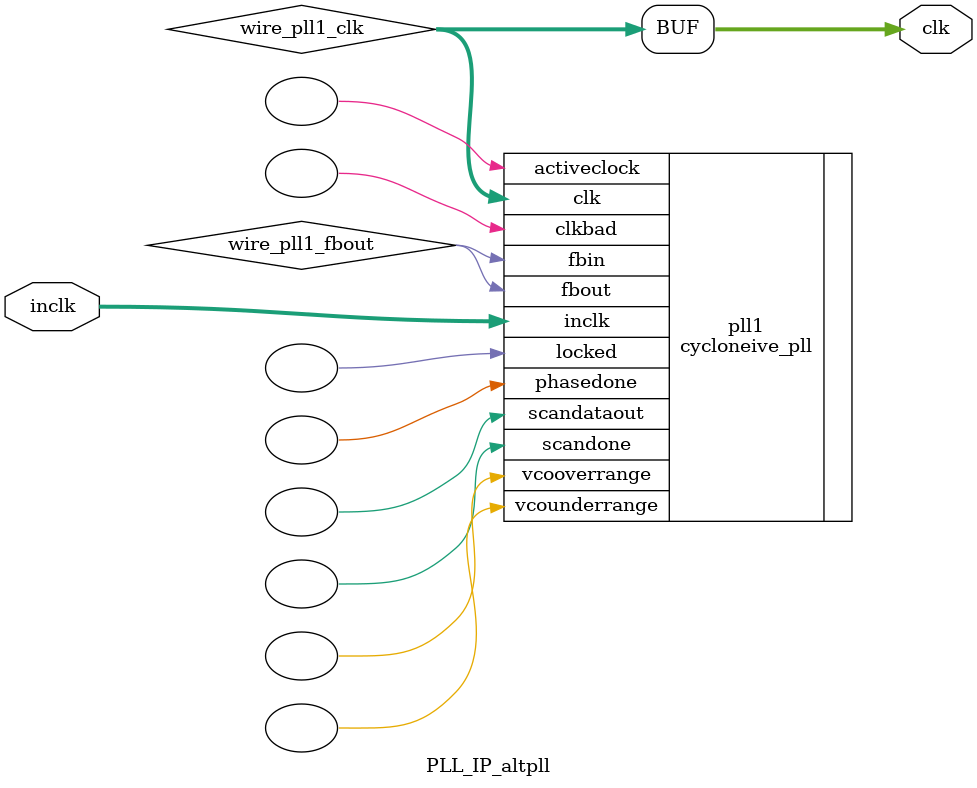
<source format=v>






//synthesis_resources = cycloneive_pll 1 
//synopsys translate_off
`timescale 1 ps / 1 ps
//synopsys translate_on
module  PLL_IP_altpll
	( 
	clk,
	inclk) /* synthesis synthesis_clearbox=1 */;
	output   [4:0]  clk;
	input   [1:0]  inclk;
`ifndef ALTERA_RESERVED_QIS
// synopsys translate_off
`endif
	tri0   [1:0]  inclk;
`ifndef ALTERA_RESERVED_QIS
// synopsys translate_on
`endif

	wire  [4:0]   wire_pll1_clk;
	wire  wire_pll1_fbout;

	cycloneive_pll   pll1
	( 
	.activeclock(),
	.clk(wire_pll1_clk),
	.clkbad(),
	.fbin(wire_pll1_fbout),
	.fbout(wire_pll1_fbout),
	.inclk(inclk),
	.locked(),
	.phasedone(),
	.scandataout(),
	.scandone(),
	.vcooverrange(),
	.vcounderrange()
	`ifndef FORMAL_VERIFICATION
	// synopsys translate_off
	`endif
	,
	.areset(1'b0),
	.clkswitch(1'b0),
	.configupdate(1'b0),
	.pfdena(1'b1),
	.phasecounterselect({3{1'b0}}),
	.phasestep(1'b0),
	.phaseupdown(1'b0),
	.scanclk(1'b0),
	.scanclkena(1'b1),
	.scandata(1'b0)
	`ifndef FORMAL_VERIFICATION
	// synopsys translate_on
	`endif
	);
	defparam
		pll1.bandwidth_type = "auto",
		pll1.clk0_divide_by = 2,
		pll1.clk0_duty_cycle = 50,
		pll1.clk0_multiply_by = 5,
		pll1.clk0_phase_shift = "0",
		pll1.clk1_divide_by = 3,
		pll1.clk1_duty_cycle = 50,
		pll1.clk1_multiply_by = 5,
		pll1.clk1_phase_shift = "0",
		pll1.compensate_clock = "clk0",
		pll1.inclk0_input_frequency = 33333,
		pll1.operation_mode = "normal",
		pll1.pll_type = "auto",
		pll1.lpm_type = "cycloneive_pll";
	assign
		clk = {wire_pll1_clk[4:0]};
endmodule //PLL_IP_altpll
//VALID FILE

</source>
